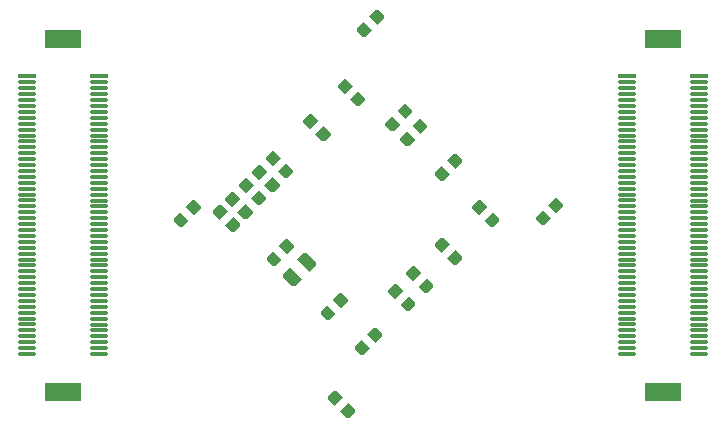
<source format=gbr>
%TF.GenerationSoftware,Altium Limited,Altium Designer,23.0.1 (38)*%
G04 Layer_Color=128*
%FSLAX45Y45*%
%MOMM*%
%TF.SameCoordinates,98E3409A-FA71-4B7D-AABF-4CEB4AF68500*%
%TF.FilePolarity,Positive*%
%TF.FileFunction,Paste,Bot*%
%TF.Part,Single*%
G01*
G75*
%TA.AperFunction,SMDPad,CuDef*%
G04:AMPARAMS|DCode=31|XSize=1.6mm|YSize=3.1mm|CornerRadius=0.2mm|HoleSize=0mm|Usage=FLASHONLY|Rotation=270.000|XOffset=0mm|YOffset=0mm|HoleType=Round|Shape=RoundedRectangle|*
%AMROUNDEDRECTD31*
21,1,1.60000,2.70000,0,0,270.0*
21,1,1.20000,3.10000,0,0,270.0*
1,1,0.40000,-1.35000,-0.60000*
1,1,0.40000,-1.35000,0.60000*
1,1,0.40000,1.35000,0.60000*
1,1,0.40000,1.35000,-0.60000*
%
%ADD31ROUNDEDRECTD31*%
%ADD32O,1.60000X0.30000*%
%ADD33R,1.60000X0.30000*%
G36*
X178447Y1640165D02*
Y1619036D01*
X121836Y1562426D01*
X51126Y1633136D01*
X107736Y1689747D01*
X128865D01*
X178447Y1640165D01*
D02*
G37*
G36*
X75874Y1516464D02*
X19264Y1459853D01*
X-1865D01*
X-51447Y1509435D01*
Y1530564D01*
X5164Y1587174D01*
X75874Y1516464D01*
D02*
G37*
G36*
X-83457Y1043168D02*
X-154168Y972457D01*
X-210779Y1029068D01*
Y1050197D01*
X-161197Y1099779D01*
X-140068D01*
X-83457Y1043168D01*
D02*
G37*
G36*
X19116Y940595D02*
Y919466D01*
X-30466Y869884D01*
X-51595D01*
X-108206Y926495D01*
X-37495Y997206D01*
X19116Y940595D01*
D02*
G37*
G36*
X419747Y840065D02*
Y818936D01*
X363136Y762326D01*
X292426Y833036D01*
X349036Y889647D01*
X370165D01*
X419747Y840065D01*
D02*
G37*
G36*
X-375557Y751068D02*
X-446268Y680357D01*
X-502879Y736968D01*
Y758097D01*
X-453297Y807679D01*
X-432168D01*
X-375557Y751068D01*
D02*
G37*
G36*
X317174Y716364D02*
X260564Y659753D01*
X239435D01*
X189853Y709335D01*
Y730464D01*
X246464Y787074D01*
X317174Y716364D01*
D02*
G37*
G36*
X546747Y713065D02*
Y691936D01*
X490136Y635326D01*
X419426Y706036D01*
X476036Y762647D01*
X497165D01*
X546747Y713065D01*
D02*
G37*
G36*
X-272984Y648495D02*
Y627366D01*
X-322566Y577784D01*
X-343695D01*
X-400306Y634395D01*
X-329595Y705106D01*
X-272984Y648495D01*
D02*
G37*
G36*
X444174Y589364D02*
X387564Y532753D01*
X366435D01*
X316853Y582335D01*
Y603464D01*
X373464Y660074D01*
X444174Y589364D01*
D02*
G37*
G36*
X-693057Y433568D02*
X-763768Y362857D01*
X-820379Y419468D01*
Y440597D01*
X-770797Y490179D01*
X-749668D01*
X-693057Y433568D01*
D02*
G37*
G36*
X838847Y420965D02*
Y399836D01*
X782236Y343226D01*
X711526Y413936D01*
X768136Y470547D01*
X789265D01*
X838847Y420965D01*
D02*
G37*
G36*
X-590484Y330995D02*
Y309866D01*
X-640066Y260284D01*
X-661195D01*
X-717806Y316895D01*
X-647095Y387606D01*
X-590484Y330995D01*
D02*
G37*
G36*
X-807357Y319268D02*
X-878068Y248557D01*
X-934679Y305168D01*
Y326297D01*
X-885097Y375879D01*
X-863968D01*
X-807357Y319268D01*
D02*
G37*
G36*
X736274Y297264D02*
X679664Y240653D01*
X658535D01*
X608953Y290235D01*
Y311364D01*
X665564Y367974D01*
X736274Y297264D01*
D02*
G37*
G36*
X-704784Y216695D02*
Y195566D01*
X-754366Y145984D01*
X-775495D01*
X-832106Y202595D01*
X-761395Y273306D01*
X-704784Y216695D01*
D02*
G37*
G36*
X-921657Y204968D02*
X-992368Y134257D01*
X-1048979Y190868D01*
Y211997D01*
X-999397Y261579D01*
X-978268D01*
X-921657Y204968D01*
D02*
G37*
G36*
X-819084Y102395D02*
Y81266D01*
X-868666Y31684D01*
X-889795D01*
X-946406Y88295D01*
X-875695Y159006D01*
X-819084Y102395D01*
D02*
G37*
G36*
X-1035957Y90668D02*
X-1106668Y19957D01*
X-1163279Y76568D01*
Y97697D01*
X-1113697Y147279D01*
X-1092568D01*
X-1035957Y90668D01*
D02*
G37*
G36*
X1696679Y46897D02*
Y25768D01*
X1640068Y-30843D01*
X1569357Y39868D01*
X1625968Y96479D01*
X1647097D01*
X1696679Y46897D01*
D02*
G37*
G36*
X1053774Y20236D02*
X983064Y-50474D01*
X926453Y6136D01*
Y27265D01*
X976035Y76847D01*
X997164D01*
X1053774Y20236D01*
D02*
G37*
G36*
X-1370953Y27265D02*
Y6136D01*
X-1427564Y-50474D01*
X-1498274Y20236D01*
X-1441664Y76847D01*
X-1420535D01*
X-1370953Y27265D01*
D02*
G37*
G36*
X-933384Y-11905D02*
Y-33034D01*
X-982966Y-82616D01*
X-1004095D01*
X-1060706Y-26005D01*
X-989995Y44706D01*
X-933384Y-11905D01*
D02*
G37*
G36*
X-1143326Y-17864D02*
X-1214036Y-88574D01*
X-1270647Y-31964D01*
Y-10835D01*
X-1221065Y38747D01*
X-1199936D01*
X-1143326Y-17864D01*
D02*
G37*
G36*
X1594106Y-76805D02*
X1537495Y-133416D01*
X1516366D01*
X1466784Y-83834D01*
Y-62705D01*
X1523395Y-6094D01*
X1594106Y-76805D01*
D02*
G37*
G36*
X1156347Y-82336D02*
Y-103465D01*
X1106765Y-153047D01*
X1085636D01*
X1029026Y-96436D01*
X1099736Y-25726D01*
X1156347Y-82336D01*
D02*
G37*
G36*
X-1473526Y-96436D02*
X-1530136Y-153047D01*
X-1551265D01*
X-1600847Y-103465D01*
Y-82336D01*
X-1544236Y-25726D01*
X-1473526Y-96436D01*
D02*
G37*
G36*
X-1040753Y-120436D02*
Y-141565D01*
X-1090335Y-191147D01*
X-1111464D01*
X-1168074Y-134536D01*
X-1097364Y-63826D01*
X-1040753Y-120436D01*
D02*
G37*
G36*
X736274Y-297264D02*
X665564Y-367974D01*
X608953Y-311364D01*
Y-290235D01*
X658535Y-240653D01*
X679664D01*
X736274Y-297264D01*
D02*
G37*
G36*
X-583553Y-302935D02*
Y-324064D01*
X-640164Y-380674D01*
X-710874Y-309964D01*
X-654264Y-253353D01*
X-633135D01*
X-583553Y-302935D01*
D02*
G37*
G36*
X838847Y-399836D02*
Y-420965D01*
X789265Y-470547D01*
X768136D01*
X711526Y-413936D01*
X782236Y-343226D01*
X838847Y-399836D01*
D02*
G37*
G36*
X-686126Y-426636D02*
X-742736Y-483247D01*
X-763865D01*
X-813447Y-433665D01*
Y-412536D01*
X-756836Y-355926D01*
X-686126Y-426636D01*
D02*
G37*
G36*
X-468431Y-367908D02*
X-393308Y-443031D01*
Y-470438D01*
X-450315Y-527445D01*
X-552845Y-424915D01*
X-495838Y-367908D01*
X-468431Y-367908D01*
D02*
G37*
G36*
X494974Y-538564D02*
X424264Y-609274D01*
X367653Y-552664D01*
Y-531535D01*
X417235Y-481953D01*
X438364D01*
X494974Y-538564D01*
D02*
G37*
G36*
X-513955Y-591085D02*
X-570962Y-648092D01*
X-598369D01*
X-673492Y-572969D01*
Y-545561D01*
X-616485Y-488555D01*
X-513955Y-591085D01*
D02*
G37*
G36*
X597547Y-641136D02*
Y-662265D01*
X547965Y-711847D01*
X526836D01*
X470226Y-655236D01*
X540936Y-584526D01*
X597547Y-641136D01*
D02*
G37*
G36*
X342574Y-690964D02*
X271864Y-761674D01*
X215253Y-705064D01*
Y-683935D01*
X264835Y-634353D01*
X285964D01*
X342574Y-690964D01*
D02*
G37*
G36*
X-126353Y-760135D02*
Y-781264D01*
X-182964Y-837874D01*
X-253674Y-767164D01*
X-197064Y-710553D01*
X-175935D01*
X-126353Y-760135D01*
D02*
G37*
G36*
X445147Y-793536D02*
Y-814665D01*
X395565Y-864247D01*
X374436D01*
X317826Y-807636D01*
X388536Y-736926D01*
X445147Y-793536D01*
D02*
G37*
G36*
X-228926Y-883836D02*
X-285536Y-940447D01*
X-306665D01*
X-356247Y-890865D01*
Y-869736D01*
X-299636Y-813126D01*
X-228926Y-883836D01*
D02*
G37*
G36*
X165747Y-1052235D02*
Y-1073364D01*
X109136Y-1129974D01*
X38426Y-1059264D01*
X95036Y-1002653D01*
X116165D01*
X165747Y-1052235D01*
D02*
G37*
G36*
X63174Y-1175936D02*
X6564Y-1232547D01*
X-14565D01*
X-64147Y-1182965D01*
Y-1161836D01*
X-7536Y-1105226D01*
X63174Y-1175936D01*
D02*
G37*
G36*
X-165426Y-1592664D02*
X-236136Y-1663374D01*
X-292747Y-1606764D01*
Y-1585635D01*
X-243165Y-1536053D01*
X-222036D01*
X-165426Y-1592664D01*
D02*
G37*
G36*
X-62853Y-1695236D02*
Y-1716365D01*
X-112435Y-1765947D01*
X-133564D01*
X-190174Y-1709336D01*
X-119464Y-1638626D01*
X-62853Y-1695236D01*
D02*
G37*
D31*
X-2540000Y-1545000D02*
D03*
Y1445000D02*
D03*
X2540000Y-1545000D02*
D03*
Y1445000D02*
D03*
D32*
X-2845000Y-726038D02*
D03*
Y-676038D02*
D03*
Y-626038D02*
D03*
Y-576038D02*
D03*
Y-526038D02*
D03*
Y-476038D02*
D03*
Y-426038D02*
D03*
Y-376038D02*
D03*
Y-276039D02*
D03*
Y-226039D02*
D03*
Y-326038D02*
D03*
Y-176039D02*
D03*
Y-126039D02*
D03*
Y-76039D02*
D03*
Y-26039D02*
D03*
Y23961D02*
D03*
Y73961D02*
D03*
Y123961D02*
D03*
Y173961D02*
D03*
Y223960D02*
D03*
Y273960D02*
D03*
Y373960D02*
D03*
Y423960D02*
D03*
Y323960D02*
D03*
Y473960D02*
D03*
Y523960D02*
D03*
Y623960D02*
D03*
Y673960D02*
D03*
Y723959D02*
D03*
Y773959D02*
D03*
Y823959D02*
D03*
Y873959D02*
D03*
Y923959D02*
D03*
Y973959D02*
D03*
Y1023959D02*
D03*
Y1073959D02*
D03*
Y573960D02*
D03*
Y-1226320D02*
D03*
Y-776038D02*
D03*
Y-1126037D02*
D03*
Y-1076037D02*
D03*
Y-1026037D02*
D03*
Y-926037D02*
D03*
Y-876037D02*
D03*
Y-826037D02*
D03*
Y-976037D02*
D03*
Y-1176037D02*
D03*
X-2235000Y-1226316D02*
D03*
Y-1176316D02*
D03*
Y-1126316D02*
D03*
Y-1076316D02*
D03*
Y-1026316D02*
D03*
Y-976317D02*
D03*
Y-926317D02*
D03*
Y-876317D02*
D03*
Y-826317D02*
D03*
Y-776317D02*
D03*
Y-726317D02*
D03*
Y-676317D02*
D03*
Y-626317D02*
D03*
Y-576317D02*
D03*
Y-526317D02*
D03*
Y-476318D02*
D03*
Y-426318D02*
D03*
Y-376318D02*
D03*
Y-326318D02*
D03*
Y-276318D02*
D03*
Y-226318D02*
D03*
Y-176318D02*
D03*
Y-126318D02*
D03*
Y-76318D02*
D03*
Y-26318D02*
D03*
Y23681D02*
D03*
Y73681D02*
D03*
Y123681D02*
D03*
Y173681D02*
D03*
Y223681D02*
D03*
Y273681D02*
D03*
Y323681D02*
D03*
Y373681D02*
D03*
Y423681D02*
D03*
Y473681D02*
D03*
Y523680D02*
D03*
Y573680D02*
D03*
Y623680D02*
D03*
Y673680D02*
D03*
Y723680D02*
D03*
Y773680D02*
D03*
Y823680D02*
D03*
Y873680D02*
D03*
Y923680D02*
D03*
Y973680D02*
D03*
Y1023679D02*
D03*
Y1073679D02*
D03*
X2235000Y-726038D02*
D03*
Y-676038D02*
D03*
Y-626038D02*
D03*
Y-576038D02*
D03*
Y-526038D02*
D03*
Y-476038D02*
D03*
Y-426038D02*
D03*
Y-376038D02*
D03*
Y-276039D02*
D03*
Y-226039D02*
D03*
Y-326038D02*
D03*
Y-176039D02*
D03*
Y-126039D02*
D03*
Y-76039D02*
D03*
Y-26039D02*
D03*
Y23961D02*
D03*
Y73961D02*
D03*
Y123961D02*
D03*
Y173961D02*
D03*
Y223960D02*
D03*
Y273960D02*
D03*
Y373960D02*
D03*
Y423960D02*
D03*
Y323960D02*
D03*
Y473960D02*
D03*
Y523960D02*
D03*
Y623960D02*
D03*
Y673960D02*
D03*
Y723959D02*
D03*
Y773959D02*
D03*
Y823959D02*
D03*
Y873959D02*
D03*
Y923959D02*
D03*
Y973959D02*
D03*
Y1023959D02*
D03*
Y1073959D02*
D03*
Y573960D02*
D03*
Y-1226320D02*
D03*
Y-776038D02*
D03*
Y-1126037D02*
D03*
Y-1076037D02*
D03*
Y-1026037D02*
D03*
Y-926037D02*
D03*
Y-876037D02*
D03*
Y-826037D02*
D03*
Y-976037D02*
D03*
Y-1176037D02*
D03*
X2845000Y-1226316D02*
D03*
Y-1176316D02*
D03*
Y-1126316D02*
D03*
Y-1076316D02*
D03*
Y-1026316D02*
D03*
Y-976317D02*
D03*
Y-926317D02*
D03*
Y-876317D02*
D03*
Y-826317D02*
D03*
Y-776317D02*
D03*
Y-726317D02*
D03*
Y-676317D02*
D03*
Y-626317D02*
D03*
Y-576317D02*
D03*
Y-526317D02*
D03*
Y-476318D02*
D03*
Y-426318D02*
D03*
Y-376318D02*
D03*
Y-326318D02*
D03*
Y-276318D02*
D03*
Y-226318D02*
D03*
Y-176318D02*
D03*
Y-126318D02*
D03*
Y-76318D02*
D03*
Y-26318D02*
D03*
Y23681D02*
D03*
Y73681D02*
D03*
Y123681D02*
D03*
Y173681D02*
D03*
Y223681D02*
D03*
Y273681D02*
D03*
Y323681D02*
D03*
Y373681D02*
D03*
Y423681D02*
D03*
Y473681D02*
D03*
Y523680D02*
D03*
Y573680D02*
D03*
Y623680D02*
D03*
Y673680D02*
D03*
Y723680D02*
D03*
Y773680D02*
D03*
Y823680D02*
D03*
Y873680D02*
D03*
Y923680D02*
D03*
Y973680D02*
D03*
Y1023679D02*
D03*
Y1073679D02*
D03*
D33*
X-2845000Y1123959D02*
D03*
X-2235000Y1123679D02*
D03*
X2235000Y1123959D02*
D03*
X2845000Y1123679D02*
D03*
%TF.MD5,9713314e572492521a7719955da68c72*%
M02*

</source>
